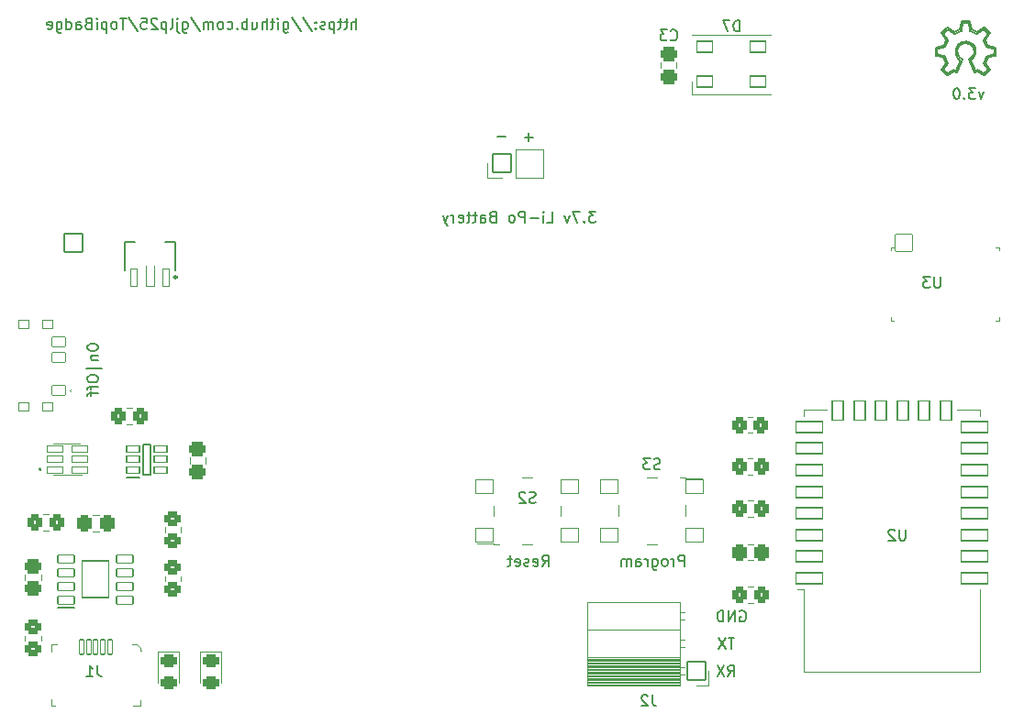
<source format=gbo>
G04 #@! TF.GenerationSoftware,KiCad,Pcbnew,(6.0.0)*
G04 #@! TF.CreationDate,2022-05-24T10:02:23+02:00*
G04 #@! TF.ProjectId,drawing.kicad_v3.0_pcb,64726177-696e-4672-9e6b-696361645f76,v2.2*
G04 #@! TF.SameCoordinates,Original*
G04 #@! TF.FileFunction,Legend,Bot*
G04 #@! TF.FilePolarity,Positive*
%FSLAX46Y46*%
G04 Gerber Fmt 4.6, Leading zero omitted, Abs format (unit mm)*
G04 Created by KiCad (PCBNEW (6.0.0)) date 2022-05-24 10:02:23*
%MOMM*%
%LPD*%
G01*
G04 APERTURE LIST*
G04 Aperture macros list*
%AMRoundRect*
0 Rectangle with rounded corners*
0 $1 Rounding radius*
0 $2 $3 $4 $5 $6 $7 $8 $9 X,Y pos of 4 corners*
0 Add a 4 corners polygon primitive as box body*
4,1,4,$2,$3,$4,$5,$6,$7,$8,$9,$2,$3,0*
0 Add four circle primitives for the rounded corners*
1,1,$1+$1,$2,$3*
1,1,$1+$1,$4,$5*
1,1,$1+$1,$6,$7*
1,1,$1+$1,$8,$9*
0 Add four rect primitives between the rounded corners*
20,1,$1+$1,$2,$3,$4,$5,0*
20,1,$1+$1,$4,$5,$6,$7,0*
20,1,$1+$1,$6,$7,$8,$9,0*
20,1,$1+$1,$8,$9,$2,$3,0*%
%AMFreePoly0*
4,1,17,0.450135,1.735921,1.035921,1.150135,1.050800,1.114214,1.050800,-1.114214,1.035921,-1.150135,0.450135,-1.735921,0.414214,-1.750800,-0.414214,-1.750800,-0.450135,-1.735921,-1.035921,-1.150135,-1.050800,-1.114214,-1.050800,1.114214,-1.035921,1.150135,-0.450135,1.735921,-0.414214,1.750800,0.414214,1.750800,0.450135,1.735921,0.450135,1.735921,$1*%
G04 Aperture macros list end*
%ADD10C,0.150000*%
%ADD11C,0.200000*%
%ADD12C,0.100000*%
%ADD13C,0.120000*%
%ADD14C,0.249999*%
%ADD15RoundRect,0.050800X0.850000X0.850000X-0.850000X0.850000X-0.850000X-0.850000X0.850000X-0.850000X0*%
%ADD16O,1.801600X1.801600*%
%ADD17RoundRect,0.050800X0.200000X0.675000X-0.200000X0.675000X-0.200000X-0.675000X0.200000X-0.675000X0*%
%ADD18O,1.351600X1.051600*%
%ADD19O,1.101600X1.651600*%
%ADD20RoundRect,0.300800X0.350000X0.450000X-0.350000X0.450000X-0.350000X-0.450000X0.350000X-0.450000X0*%
%ADD21C,1.001600*%
%ADD22RoundRect,0.050800X0.625000X-0.450000X0.625000X0.450000X-0.625000X0.450000X-0.625000X-0.450000X0*%
%ADD23RoundRect,0.050800X0.450000X-0.400000X0.450000X0.400000X-0.450000X0.400000X-0.450000X-0.400000X0*%
%ADD24RoundRect,0.300800X0.450000X-0.350000X0.450000X0.350000X-0.450000X0.350000X-0.450000X-0.350000X0*%
%ADD25RoundRect,0.050800X-0.762500X0.350000X-0.762500X-0.350000X0.762500X-0.350000X0.762500X0.350000X0*%
%ADD26RoundRect,0.050800X-1.256500X-1.701000X1.256500X-1.701000X1.256500X1.701000X-1.256500X1.701000X0*%
%ADD27RoundRect,0.050800X-0.700000X0.300000X-0.700000X-0.300000X0.700000X-0.300000X0.700000X0.300000X0*%
%ADD28RoundRect,0.050800X-0.800000X0.800000X-0.800000X-0.800000X0.800000X-0.800000X0.800000X0.800000X0*%
%ADD29C,1.701600*%
%ADD30RoundRect,0.050800X0.299999X0.799999X-0.299999X0.799999X-0.299999X-0.799999X0.299999X-0.799999X0*%
%ADD31RoundRect,0.050800X0.350000X1.000000X-0.350000X1.000000X-0.350000X-1.000000X0.350000X-1.000000X0*%
%ADD32FreePoly0,180.000000*%
%ADD33RoundRect,0.050800X-1.250000X-0.500000X1.250000X-0.500000X1.250000X0.500000X-1.250000X0.500000X0*%
%ADD34RoundRect,0.050800X-0.500000X-0.900000X0.500000X-0.900000X0.500000X0.900000X-0.500000X0.900000X0*%
%ADD35RoundRect,0.050800X0.750000X0.500000X-0.750000X0.500000X-0.750000X-0.500000X0.750000X-0.500000X0*%
%ADD36RoundRect,0.300800X-0.475000X0.337500X-0.475000X-0.337500X0.475000X-0.337500X0.475000X0.337500X0*%
%ADD37RoundRect,0.050800X-0.850000X0.850000X-0.850000X-0.850000X0.850000X-0.850000X0.850000X0.850000X0*%
%ADD38RoundRect,0.300800X-0.450000X0.325000X-0.450000X-0.325000X0.450000X-0.325000X0.450000X0.325000X0*%
%ADD39RoundRect,0.300800X0.337500X0.475000X-0.337500X0.475000X-0.337500X-0.475000X0.337500X-0.475000X0*%
%ADD40RoundRect,0.050800X-0.600000X0.325000X-0.600000X-0.325000X0.600000X-0.325000X0.600000X0.325000X0*%
%ADD41RoundRect,0.300800X0.475000X-0.337500X0.475000X0.337500X-0.475000X0.337500X-0.475000X-0.337500X0*%
%ADD42RoundRect,0.050800X-0.775000X-0.650000X0.775000X-0.650000X0.775000X0.650000X-0.775000X0.650000X0*%
%ADD43RoundRect,0.050800X-0.850000X-0.850000X0.850000X-0.850000X0.850000X0.850000X-0.850000X0.850000X0*%
%ADD44RoundRect,0.300800X-0.350000X-0.450000X0.350000X-0.450000X0.350000X0.450000X-0.350000X0.450000X0*%
%ADD45RoundRect,0.050800X0.775000X0.650000X-0.775000X0.650000X-0.775000X-0.650000X0.775000X-0.650000X0*%
G04 APERTURE END LIST*
D10*
X172719904Y-119612380D02*
X172148476Y-119612380D01*
X172434190Y-120612380D02*
X172434190Y-119612380D01*
X171910380Y-119612380D02*
X171243714Y-120612380D01*
X171243714Y-119612380D02*
X171910380Y-120612380D01*
X173227904Y-117120000D02*
X173323142Y-117072380D01*
X173466000Y-117072380D01*
X173608857Y-117120000D01*
X173704095Y-117215238D01*
X173751714Y-117310476D01*
X173799333Y-117500952D01*
X173799333Y-117643809D01*
X173751714Y-117834285D01*
X173704095Y-117929523D01*
X173608857Y-118024761D01*
X173466000Y-118072380D01*
X173370761Y-118072380D01*
X173227904Y-118024761D01*
X173180285Y-117977142D01*
X173180285Y-117643809D01*
X173370761Y-117643809D01*
X172751714Y-118072380D02*
X172751714Y-117072380D01*
X172180285Y-118072380D01*
X172180285Y-117072380D01*
X171704095Y-118072380D02*
X171704095Y-117072380D01*
X171466000Y-117072380D01*
X171323142Y-117120000D01*
X171227904Y-117215238D01*
X171180285Y-117310476D01*
X171132666Y-117500952D01*
X171132666Y-117643809D01*
X171180285Y-117834285D01*
X171227904Y-117929523D01*
X171323142Y-118024761D01*
X171466000Y-118072380D01*
X171704095Y-118072380D01*
X168124761Y-112952380D02*
X168124761Y-111952380D01*
X167743809Y-111952380D01*
X167648571Y-112000000D01*
X167600952Y-112047619D01*
X167553333Y-112142857D01*
X167553333Y-112285714D01*
X167600952Y-112380952D01*
X167648571Y-112428571D01*
X167743809Y-112476190D01*
X168124761Y-112476190D01*
X167124761Y-112952380D02*
X167124761Y-112285714D01*
X167124761Y-112476190D02*
X167077142Y-112380952D01*
X167029523Y-112333333D01*
X166934285Y-112285714D01*
X166839047Y-112285714D01*
X166362857Y-112952380D02*
X166458095Y-112904761D01*
X166505714Y-112857142D01*
X166553333Y-112761904D01*
X166553333Y-112476190D01*
X166505714Y-112380952D01*
X166458095Y-112333333D01*
X166362857Y-112285714D01*
X166220000Y-112285714D01*
X166124761Y-112333333D01*
X166077142Y-112380952D01*
X166029523Y-112476190D01*
X166029523Y-112761904D01*
X166077142Y-112857142D01*
X166124761Y-112904761D01*
X166220000Y-112952380D01*
X166362857Y-112952380D01*
X165172380Y-112285714D02*
X165172380Y-113095238D01*
X165220000Y-113190476D01*
X165267619Y-113238095D01*
X165362857Y-113285714D01*
X165505714Y-113285714D01*
X165600952Y-113238095D01*
X165172380Y-112904761D02*
X165267619Y-112952380D01*
X165458095Y-112952380D01*
X165553333Y-112904761D01*
X165600952Y-112857142D01*
X165648571Y-112761904D01*
X165648571Y-112476190D01*
X165600952Y-112380952D01*
X165553333Y-112333333D01*
X165458095Y-112285714D01*
X165267619Y-112285714D01*
X165172380Y-112333333D01*
X164696190Y-112952380D02*
X164696190Y-112285714D01*
X164696190Y-112476190D02*
X164648571Y-112380952D01*
X164600952Y-112333333D01*
X164505714Y-112285714D01*
X164410476Y-112285714D01*
X163648571Y-112952380D02*
X163648571Y-112428571D01*
X163696190Y-112333333D01*
X163791428Y-112285714D01*
X163981904Y-112285714D01*
X164077142Y-112333333D01*
X163648571Y-112904761D02*
X163743809Y-112952380D01*
X163981904Y-112952380D01*
X164077142Y-112904761D01*
X164124761Y-112809523D01*
X164124761Y-112714285D01*
X164077142Y-112619047D01*
X163981904Y-112571428D01*
X163743809Y-112571428D01*
X163648571Y-112523809D01*
X163172380Y-112952380D02*
X163172380Y-112285714D01*
X163172380Y-112380952D02*
X163124761Y-112333333D01*
X163029523Y-112285714D01*
X162886666Y-112285714D01*
X162791428Y-112333333D01*
X162743809Y-112428571D01*
X162743809Y-112952380D01*
X162743809Y-112428571D02*
X162696190Y-112333333D01*
X162600952Y-112285714D01*
X162458095Y-112285714D01*
X162362857Y-112333333D01*
X162315238Y-112428571D01*
X162315238Y-112952380D01*
X159917619Y-80182380D02*
X159298571Y-80182380D01*
X159631904Y-80563333D01*
X159489047Y-80563333D01*
X159393809Y-80610952D01*
X159346190Y-80658571D01*
X159298571Y-80753809D01*
X159298571Y-80991904D01*
X159346190Y-81087142D01*
X159393809Y-81134761D01*
X159489047Y-81182380D01*
X159774761Y-81182380D01*
X159870000Y-81134761D01*
X159917619Y-81087142D01*
X158870000Y-81087142D02*
X158822380Y-81134761D01*
X158870000Y-81182380D01*
X158917619Y-81134761D01*
X158870000Y-81087142D01*
X158870000Y-81182380D01*
X158489047Y-80182380D02*
X157822380Y-80182380D01*
X158250952Y-81182380D01*
X157536666Y-80515714D02*
X157298571Y-81182380D01*
X157060476Y-80515714D01*
X155441428Y-81182380D02*
X155917619Y-81182380D01*
X155917619Y-80182380D01*
X155108095Y-81182380D02*
X155108095Y-80515714D01*
X155108095Y-80182380D02*
X155155714Y-80230000D01*
X155108095Y-80277619D01*
X155060476Y-80230000D01*
X155108095Y-80182380D01*
X155108095Y-80277619D01*
X154631904Y-80801428D02*
X153870000Y-80801428D01*
X153393809Y-81182380D02*
X153393809Y-80182380D01*
X153012857Y-80182380D01*
X152917619Y-80230000D01*
X152870000Y-80277619D01*
X152822380Y-80372857D01*
X152822380Y-80515714D01*
X152870000Y-80610952D01*
X152917619Y-80658571D01*
X153012857Y-80706190D01*
X153393809Y-80706190D01*
X152250952Y-81182380D02*
X152346190Y-81134761D01*
X152393809Y-81087142D01*
X152441428Y-80991904D01*
X152441428Y-80706190D01*
X152393809Y-80610952D01*
X152346190Y-80563333D01*
X152250952Y-80515714D01*
X152108095Y-80515714D01*
X152012857Y-80563333D01*
X151965238Y-80610952D01*
X151917619Y-80706190D01*
X151917619Y-80991904D01*
X151965238Y-81087142D01*
X152012857Y-81134761D01*
X152108095Y-81182380D01*
X152250952Y-81182380D01*
X150393809Y-80658571D02*
X150250952Y-80706190D01*
X150203333Y-80753809D01*
X150155714Y-80849047D01*
X150155714Y-80991904D01*
X150203333Y-81087142D01*
X150250952Y-81134761D01*
X150346190Y-81182380D01*
X150727142Y-81182380D01*
X150727142Y-80182380D01*
X150393809Y-80182380D01*
X150298571Y-80230000D01*
X150250952Y-80277619D01*
X150203333Y-80372857D01*
X150203333Y-80468095D01*
X150250952Y-80563333D01*
X150298571Y-80610952D01*
X150393809Y-80658571D01*
X150727142Y-80658571D01*
X149298571Y-81182380D02*
X149298571Y-80658571D01*
X149346190Y-80563333D01*
X149441428Y-80515714D01*
X149631904Y-80515714D01*
X149727142Y-80563333D01*
X149298571Y-81134761D02*
X149393809Y-81182380D01*
X149631904Y-81182380D01*
X149727142Y-81134761D01*
X149774761Y-81039523D01*
X149774761Y-80944285D01*
X149727142Y-80849047D01*
X149631904Y-80801428D01*
X149393809Y-80801428D01*
X149298571Y-80753809D01*
X148965238Y-80515714D02*
X148584285Y-80515714D01*
X148822380Y-80182380D02*
X148822380Y-81039523D01*
X148774761Y-81134761D01*
X148679523Y-81182380D01*
X148584285Y-81182380D01*
X148393809Y-80515714D02*
X148012857Y-80515714D01*
X148250952Y-80182380D02*
X148250952Y-81039523D01*
X148203333Y-81134761D01*
X148108095Y-81182380D01*
X148012857Y-81182380D01*
X147298571Y-81134761D02*
X147393809Y-81182380D01*
X147584285Y-81182380D01*
X147679523Y-81134761D01*
X147727142Y-81039523D01*
X147727142Y-80658571D01*
X147679523Y-80563333D01*
X147584285Y-80515714D01*
X147393809Y-80515714D01*
X147298571Y-80563333D01*
X147250952Y-80658571D01*
X147250952Y-80753809D01*
X147727142Y-80849047D01*
X146822380Y-81182380D02*
X146822380Y-80515714D01*
X146822380Y-80706190D02*
X146774761Y-80610952D01*
X146727142Y-80563333D01*
X146631904Y-80515714D01*
X146536666Y-80515714D01*
X146298571Y-80515714D02*
X146060476Y-81182380D01*
X145822380Y-80515714D02*
X146060476Y-81182380D01*
X146155714Y-81420476D01*
X146203333Y-81468095D01*
X146298571Y-81515714D01*
X154140952Y-73311428D02*
X153379047Y-73311428D01*
X153760000Y-73692380D02*
X153760000Y-72930476D01*
X151580952Y-73291428D02*
X150819047Y-73291428D01*
X195738571Y-69127714D02*
X195500476Y-69794380D01*
X195262380Y-69127714D01*
X194976666Y-68794380D02*
X194357619Y-68794380D01*
X194690952Y-69175333D01*
X194548095Y-69175333D01*
X194452857Y-69222952D01*
X194405238Y-69270571D01*
X194357619Y-69365809D01*
X194357619Y-69603904D01*
X194405238Y-69699142D01*
X194452857Y-69746761D01*
X194548095Y-69794380D01*
X194833809Y-69794380D01*
X194929047Y-69746761D01*
X194976666Y-69699142D01*
X193929047Y-69699142D02*
X193881428Y-69746761D01*
X193929047Y-69794380D01*
X193976666Y-69746761D01*
X193929047Y-69699142D01*
X193929047Y-69794380D01*
X193262380Y-68794380D02*
X193167142Y-68794380D01*
X193071904Y-68842000D01*
X193024285Y-68889619D01*
X192976666Y-68984857D01*
X192929047Y-69175333D01*
X192929047Y-69413428D01*
X192976666Y-69603904D01*
X193024285Y-69699142D01*
X193071904Y-69746761D01*
X193167142Y-69794380D01*
X193262380Y-69794380D01*
X193357619Y-69746761D01*
X193405238Y-69699142D01*
X193452857Y-69603904D01*
X193500476Y-69413428D01*
X193500476Y-69175333D01*
X193452857Y-68984857D01*
X193405238Y-68889619D01*
X193357619Y-68842000D01*
X193262380Y-68794380D01*
X113015780Y-92648352D02*
X113015780Y-92838828D01*
X113063400Y-92934066D01*
X113158638Y-93029304D01*
X113349114Y-93076923D01*
X113682447Y-93076923D01*
X113872923Y-93029304D01*
X113968161Y-92934066D01*
X114015780Y-92838828D01*
X114015780Y-92648352D01*
X113968161Y-92553114D01*
X113872923Y-92457876D01*
X113682447Y-92410257D01*
X113349114Y-92410257D01*
X113158638Y-92457876D01*
X113063400Y-92553114D01*
X113015780Y-92648352D01*
X113349114Y-93505495D02*
X114015780Y-93505495D01*
X113444352Y-93505495D02*
X113396733Y-93553114D01*
X113349114Y-93648352D01*
X113349114Y-93791209D01*
X113396733Y-93886447D01*
X113491971Y-93934066D01*
X114015780Y-93934066D01*
X114349114Y-94648352D02*
X112920542Y-94648352D01*
X113015780Y-95553114D02*
X113015780Y-95743590D01*
X113063400Y-95838828D01*
X113158638Y-95934066D01*
X113349114Y-95981685D01*
X113682447Y-95981685D01*
X113872923Y-95934066D01*
X113968161Y-95838828D01*
X114015780Y-95743590D01*
X114015780Y-95553114D01*
X113968161Y-95457876D01*
X113872923Y-95362638D01*
X113682447Y-95315019D01*
X113349114Y-95315019D01*
X113158638Y-95362638D01*
X113063400Y-95457876D01*
X113015780Y-95553114D01*
X113349114Y-96267400D02*
X113349114Y-96648352D01*
X114015780Y-96410257D02*
X113158638Y-96410257D01*
X113063400Y-96457876D01*
X113015780Y-96553114D01*
X113015780Y-96648352D01*
X113349114Y-96838828D02*
X113349114Y-97219780D01*
X114015780Y-96981685D02*
X113158638Y-96981685D01*
X113063400Y-97029304D01*
X113015780Y-97124542D01*
X113015780Y-97219780D01*
X172124666Y-123134380D02*
X172458000Y-122658190D01*
X172696095Y-123134380D02*
X172696095Y-122134380D01*
X172315142Y-122134380D01*
X172219904Y-122182000D01*
X172172285Y-122229619D01*
X172124666Y-122324857D01*
X172124666Y-122467714D01*
X172172285Y-122562952D01*
X172219904Y-122610571D01*
X172315142Y-122658190D01*
X172696095Y-122658190D01*
X171791333Y-122134380D02*
X171124666Y-123134380D01*
X171124666Y-122134380D02*
X171791333Y-123134380D01*
X137841904Y-63332380D02*
X137841904Y-62332380D01*
X137413333Y-63332380D02*
X137413333Y-62808571D01*
X137460952Y-62713333D01*
X137556190Y-62665714D01*
X137699047Y-62665714D01*
X137794285Y-62713333D01*
X137841904Y-62760952D01*
X137080000Y-62665714D02*
X136699047Y-62665714D01*
X136937142Y-62332380D02*
X136937142Y-63189523D01*
X136889523Y-63284761D01*
X136794285Y-63332380D01*
X136699047Y-63332380D01*
X136508571Y-62665714D02*
X136127619Y-62665714D01*
X136365714Y-62332380D02*
X136365714Y-63189523D01*
X136318095Y-63284761D01*
X136222857Y-63332380D01*
X136127619Y-63332380D01*
X135794285Y-62665714D02*
X135794285Y-63665714D01*
X135794285Y-62713333D02*
X135699047Y-62665714D01*
X135508571Y-62665714D01*
X135413333Y-62713333D01*
X135365714Y-62760952D01*
X135318095Y-62856190D01*
X135318095Y-63141904D01*
X135365714Y-63237142D01*
X135413333Y-63284761D01*
X135508571Y-63332380D01*
X135699047Y-63332380D01*
X135794285Y-63284761D01*
X134937142Y-63284761D02*
X134841904Y-63332380D01*
X134651428Y-63332380D01*
X134556190Y-63284761D01*
X134508571Y-63189523D01*
X134508571Y-63141904D01*
X134556190Y-63046666D01*
X134651428Y-62999047D01*
X134794285Y-62999047D01*
X134889523Y-62951428D01*
X134937142Y-62856190D01*
X134937142Y-62808571D01*
X134889523Y-62713333D01*
X134794285Y-62665714D01*
X134651428Y-62665714D01*
X134556190Y-62713333D01*
X134080000Y-63237142D02*
X134032380Y-63284761D01*
X134080000Y-63332380D01*
X134127619Y-63284761D01*
X134080000Y-63237142D01*
X134080000Y-63332380D01*
X134080000Y-62713333D02*
X134032380Y-62760952D01*
X134080000Y-62808571D01*
X134127619Y-62760952D01*
X134080000Y-62713333D01*
X134080000Y-62808571D01*
X132889523Y-62284761D02*
X133746666Y-63570476D01*
X131841904Y-62284761D02*
X132699047Y-63570476D01*
X131080000Y-62665714D02*
X131080000Y-63475238D01*
X131127619Y-63570476D01*
X131175238Y-63618095D01*
X131270476Y-63665714D01*
X131413333Y-63665714D01*
X131508571Y-63618095D01*
X131080000Y-63284761D02*
X131175238Y-63332380D01*
X131365714Y-63332380D01*
X131460952Y-63284761D01*
X131508571Y-63237142D01*
X131556190Y-63141904D01*
X131556190Y-62856190D01*
X131508571Y-62760952D01*
X131460952Y-62713333D01*
X131365714Y-62665714D01*
X131175238Y-62665714D01*
X131080000Y-62713333D01*
X130603809Y-63332380D02*
X130603809Y-62665714D01*
X130603809Y-62332380D02*
X130651428Y-62380000D01*
X130603809Y-62427619D01*
X130556190Y-62380000D01*
X130603809Y-62332380D01*
X130603809Y-62427619D01*
X130270476Y-62665714D02*
X129889523Y-62665714D01*
X130127619Y-62332380D02*
X130127619Y-63189523D01*
X130080000Y-63284761D01*
X129984761Y-63332380D01*
X129889523Y-63332380D01*
X129556190Y-63332380D02*
X129556190Y-62332380D01*
X129127619Y-63332380D02*
X129127619Y-62808571D01*
X129175238Y-62713333D01*
X129270476Y-62665714D01*
X129413333Y-62665714D01*
X129508571Y-62713333D01*
X129556190Y-62760952D01*
X128222857Y-62665714D02*
X128222857Y-63332380D01*
X128651428Y-62665714D02*
X128651428Y-63189523D01*
X128603809Y-63284761D01*
X128508571Y-63332380D01*
X128365714Y-63332380D01*
X128270476Y-63284761D01*
X128222857Y-63237142D01*
X127746666Y-63332380D02*
X127746666Y-62332380D01*
X127746666Y-62713333D02*
X127651428Y-62665714D01*
X127460952Y-62665714D01*
X127365714Y-62713333D01*
X127318095Y-62760952D01*
X127270476Y-62856190D01*
X127270476Y-63141904D01*
X127318095Y-63237142D01*
X127365714Y-63284761D01*
X127460952Y-63332380D01*
X127651428Y-63332380D01*
X127746666Y-63284761D01*
X126841904Y-63237142D02*
X126794285Y-63284761D01*
X126841904Y-63332380D01*
X126889523Y-63284761D01*
X126841904Y-63237142D01*
X126841904Y-63332380D01*
X125937142Y-63284761D02*
X126032380Y-63332380D01*
X126222857Y-63332380D01*
X126318095Y-63284761D01*
X126365714Y-63237142D01*
X126413333Y-63141904D01*
X126413333Y-62856190D01*
X126365714Y-62760952D01*
X126318095Y-62713333D01*
X126222857Y-62665714D01*
X126032380Y-62665714D01*
X125937142Y-62713333D01*
X125365714Y-63332380D02*
X125460952Y-63284761D01*
X125508571Y-63237142D01*
X125556190Y-63141904D01*
X125556190Y-62856190D01*
X125508571Y-62760952D01*
X125460952Y-62713333D01*
X125365714Y-62665714D01*
X125222857Y-62665714D01*
X125127619Y-62713333D01*
X125080000Y-62760952D01*
X125032380Y-62856190D01*
X125032380Y-63141904D01*
X125080000Y-63237142D01*
X125127619Y-63284761D01*
X125222857Y-63332380D01*
X125365714Y-63332380D01*
X124603809Y-63332380D02*
X124603809Y-62665714D01*
X124603809Y-62760952D02*
X124556190Y-62713333D01*
X124460952Y-62665714D01*
X124318095Y-62665714D01*
X124222857Y-62713333D01*
X124175238Y-62808571D01*
X124175238Y-63332380D01*
X124175238Y-62808571D02*
X124127619Y-62713333D01*
X124032380Y-62665714D01*
X123889523Y-62665714D01*
X123794285Y-62713333D01*
X123746666Y-62808571D01*
X123746666Y-63332380D01*
X122556190Y-62284761D02*
X123413333Y-63570476D01*
X121794285Y-62665714D02*
X121794285Y-63475238D01*
X121841904Y-63570476D01*
X121889523Y-63618095D01*
X121984761Y-63665714D01*
X122127619Y-63665714D01*
X122222857Y-63618095D01*
X121794285Y-63284761D02*
X121889523Y-63332380D01*
X122080000Y-63332380D01*
X122175238Y-63284761D01*
X122222857Y-63237142D01*
X122270476Y-63141904D01*
X122270476Y-62856190D01*
X122222857Y-62760952D01*
X122175238Y-62713333D01*
X122080000Y-62665714D01*
X121889523Y-62665714D01*
X121794285Y-62713333D01*
X121318095Y-62665714D02*
X121318095Y-63522857D01*
X121365714Y-63618095D01*
X121460952Y-63665714D01*
X121508571Y-63665714D01*
X121318095Y-62332380D02*
X121365714Y-62380000D01*
X121318095Y-62427619D01*
X121270476Y-62380000D01*
X121318095Y-62332380D01*
X121318095Y-62427619D01*
X120699047Y-63332380D02*
X120794285Y-63284761D01*
X120841904Y-63189523D01*
X120841904Y-62332380D01*
X120318095Y-62665714D02*
X120318095Y-63665714D01*
X120318095Y-62713333D02*
X120222857Y-62665714D01*
X120032380Y-62665714D01*
X119937142Y-62713333D01*
X119889523Y-62760952D01*
X119841904Y-62856190D01*
X119841904Y-63141904D01*
X119889523Y-63237142D01*
X119937142Y-63284761D01*
X120032380Y-63332380D01*
X120222857Y-63332380D01*
X120318095Y-63284761D01*
X119460952Y-62427619D02*
X119413333Y-62380000D01*
X119318095Y-62332380D01*
X119080000Y-62332380D01*
X118984761Y-62380000D01*
X118937142Y-62427619D01*
X118889523Y-62522857D01*
X118889523Y-62618095D01*
X118937142Y-62760952D01*
X119508571Y-63332380D01*
X118889523Y-63332380D01*
X117984761Y-62332380D02*
X118460952Y-62332380D01*
X118508571Y-62808571D01*
X118460952Y-62760952D01*
X118365714Y-62713333D01*
X118127619Y-62713333D01*
X118032380Y-62760952D01*
X117984761Y-62808571D01*
X117937142Y-62903809D01*
X117937142Y-63141904D01*
X117984761Y-63237142D01*
X118032380Y-63284761D01*
X118127619Y-63332380D01*
X118365714Y-63332380D01*
X118460952Y-63284761D01*
X118508571Y-63237142D01*
X116794285Y-62284761D02*
X117651428Y-63570476D01*
X116603809Y-62332380D02*
X116032380Y-62332380D01*
X116318095Y-63332380D02*
X116318095Y-62332380D01*
X115556190Y-63332380D02*
X115651428Y-63284761D01*
X115699047Y-63237142D01*
X115746666Y-63141904D01*
X115746666Y-62856190D01*
X115699047Y-62760952D01*
X115651428Y-62713333D01*
X115556190Y-62665714D01*
X115413333Y-62665714D01*
X115318095Y-62713333D01*
X115270476Y-62760952D01*
X115222857Y-62856190D01*
X115222857Y-63141904D01*
X115270476Y-63237142D01*
X115318095Y-63284761D01*
X115413333Y-63332380D01*
X115556190Y-63332380D01*
X114794285Y-62665714D02*
X114794285Y-63665714D01*
X114794285Y-62713333D02*
X114699047Y-62665714D01*
X114508571Y-62665714D01*
X114413333Y-62713333D01*
X114365714Y-62760952D01*
X114318095Y-62856190D01*
X114318095Y-63141904D01*
X114365714Y-63237142D01*
X114413333Y-63284761D01*
X114508571Y-63332380D01*
X114699047Y-63332380D01*
X114794285Y-63284761D01*
X113889523Y-63332380D02*
X113889523Y-62665714D01*
X113889523Y-62332380D02*
X113937142Y-62380000D01*
X113889523Y-62427619D01*
X113841904Y-62380000D01*
X113889523Y-62332380D01*
X113889523Y-62427619D01*
X113080000Y-62808571D02*
X112937142Y-62856190D01*
X112889523Y-62903809D01*
X112841904Y-62999047D01*
X112841904Y-63141904D01*
X112889523Y-63237142D01*
X112937142Y-63284761D01*
X113032380Y-63332380D01*
X113413333Y-63332380D01*
X113413333Y-62332380D01*
X113080000Y-62332380D01*
X112984761Y-62380000D01*
X112937142Y-62427619D01*
X112889523Y-62522857D01*
X112889523Y-62618095D01*
X112937142Y-62713333D01*
X112984761Y-62760952D01*
X113080000Y-62808571D01*
X113413333Y-62808571D01*
X111984761Y-63332380D02*
X111984761Y-62808571D01*
X112032380Y-62713333D01*
X112127619Y-62665714D01*
X112318095Y-62665714D01*
X112413333Y-62713333D01*
X111984761Y-63284761D02*
X112080000Y-63332380D01*
X112318095Y-63332380D01*
X112413333Y-63284761D01*
X112460952Y-63189523D01*
X112460952Y-63094285D01*
X112413333Y-62999047D01*
X112318095Y-62951428D01*
X112080000Y-62951428D01*
X111984761Y-62903809D01*
X111080000Y-63332380D02*
X111080000Y-62332380D01*
X111080000Y-63284761D02*
X111175238Y-63332380D01*
X111365714Y-63332380D01*
X111460952Y-63284761D01*
X111508571Y-63237142D01*
X111556190Y-63141904D01*
X111556190Y-62856190D01*
X111508571Y-62760952D01*
X111460952Y-62713333D01*
X111365714Y-62665714D01*
X111175238Y-62665714D01*
X111080000Y-62713333D01*
X110175238Y-62665714D02*
X110175238Y-63475238D01*
X110222857Y-63570476D01*
X110270476Y-63618095D01*
X110365714Y-63665714D01*
X110508571Y-63665714D01*
X110603809Y-63618095D01*
X110175238Y-63284761D02*
X110270476Y-63332380D01*
X110460952Y-63332380D01*
X110556190Y-63284761D01*
X110603809Y-63237142D01*
X110651428Y-63141904D01*
X110651428Y-62856190D01*
X110603809Y-62760952D01*
X110556190Y-62713333D01*
X110460952Y-62665714D01*
X110270476Y-62665714D01*
X110175238Y-62713333D01*
X109318095Y-63284761D02*
X109413333Y-63332380D01*
X109603809Y-63332380D01*
X109699047Y-63284761D01*
X109746666Y-63189523D01*
X109746666Y-62808571D01*
X109699047Y-62713333D01*
X109603809Y-62665714D01*
X109413333Y-62665714D01*
X109318095Y-62713333D01*
X109270476Y-62808571D01*
X109270476Y-62903809D01*
X109746666Y-62999047D01*
X154988095Y-112952380D02*
X155321428Y-112476190D01*
X155559523Y-112952380D02*
X155559523Y-111952380D01*
X155178571Y-111952380D01*
X155083333Y-112000000D01*
X155035714Y-112047619D01*
X154988095Y-112142857D01*
X154988095Y-112285714D01*
X155035714Y-112380952D01*
X155083333Y-112428571D01*
X155178571Y-112476190D01*
X155559523Y-112476190D01*
X154178571Y-112904761D02*
X154273809Y-112952380D01*
X154464285Y-112952380D01*
X154559523Y-112904761D01*
X154607142Y-112809523D01*
X154607142Y-112428571D01*
X154559523Y-112333333D01*
X154464285Y-112285714D01*
X154273809Y-112285714D01*
X154178571Y-112333333D01*
X154130952Y-112428571D01*
X154130952Y-112523809D01*
X154607142Y-112619047D01*
X153750000Y-112904761D02*
X153654761Y-112952380D01*
X153464285Y-112952380D01*
X153369047Y-112904761D01*
X153321428Y-112809523D01*
X153321428Y-112761904D01*
X153369047Y-112666666D01*
X153464285Y-112619047D01*
X153607142Y-112619047D01*
X153702380Y-112571428D01*
X153750000Y-112476190D01*
X153750000Y-112428571D01*
X153702380Y-112333333D01*
X153607142Y-112285714D01*
X153464285Y-112285714D01*
X153369047Y-112333333D01*
X152511904Y-112904761D02*
X152607142Y-112952380D01*
X152797619Y-112952380D01*
X152892857Y-112904761D01*
X152940476Y-112809523D01*
X152940476Y-112428571D01*
X152892857Y-112333333D01*
X152797619Y-112285714D01*
X152607142Y-112285714D01*
X152511904Y-112333333D01*
X152464285Y-112428571D01*
X152464285Y-112523809D01*
X152940476Y-112619047D01*
X152178571Y-112285714D02*
X151797619Y-112285714D01*
X152035714Y-111952380D02*
X152035714Y-112809523D01*
X151988095Y-112904761D01*
X151892857Y-112952380D01*
X151797619Y-112952380D01*
X113943333Y-122132380D02*
X113943333Y-122846666D01*
X113990952Y-122989523D01*
X114086190Y-123084761D01*
X114229047Y-123132380D01*
X114324285Y-123132380D01*
X112943333Y-123132380D02*
X113514761Y-123132380D01*
X113229047Y-123132380D02*
X113229047Y-122132380D01*
X113324285Y-122275238D01*
X113419523Y-122370476D01*
X113514761Y-122418095D01*
X191721904Y-86222380D02*
X191721904Y-87031904D01*
X191674285Y-87127142D01*
X191626666Y-87174761D01*
X191531428Y-87222380D01*
X191340952Y-87222380D01*
X191245714Y-87174761D01*
X191198095Y-87127142D01*
X191150476Y-87031904D01*
X191150476Y-86222380D01*
X190769523Y-86222380D02*
X190150476Y-86222380D01*
X190483809Y-86603333D01*
X190340952Y-86603333D01*
X190245714Y-86650952D01*
X190198095Y-86698571D01*
X190150476Y-86793809D01*
X190150476Y-87031904D01*
X190198095Y-87127142D01*
X190245714Y-87174761D01*
X190340952Y-87222380D01*
X190626666Y-87222380D01*
X190721904Y-87174761D01*
X190769523Y-87127142D01*
X188511904Y-109562380D02*
X188511904Y-110371904D01*
X188464285Y-110467142D01*
X188416666Y-110514761D01*
X188321428Y-110562380D01*
X188130952Y-110562380D01*
X188035714Y-110514761D01*
X187988095Y-110467142D01*
X187940476Y-110371904D01*
X187940476Y-109562380D01*
X187511904Y-109657619D02*
X187464285Y-109610000D01*
X187369047Y-109562380D01*
X187130952Y-109562380D01*
X187035714Y-109610000D01*
X186988095Y-109657619D01*
X186940476Y-109752857D01*
X186940476Y-109848095D01*
X186988095Y-109990952D01*
X187559523Y-110562380D01*
X186940476Y-110562380D01*
X173204095Y-63551180D02*
X173204095Y-62551180D01*
X172966000Y-62551180D01*
X172823142Y-62598800D01*
X172727904Y-62694038D01*
X172680285Y-62789276D01*
X172632666Y-62979752D01*
X172632666Y-63122609D01*
X172680285Y-63313085D01*
X172727904Y-63408323D01*
X172823142Y-63503561D01*
X172966000Y-63551180D01*
X173204095Y-63551180D01*
X172299333Y-62551180D02*
X171632666Y-62551180D01*
X172061238Y-63551180D01*
X154361904Y-107063561D02*
X154219047Y-107111180D01*
X153980952Y-107111180D01*
X153885714Y-107063561D01*
X153838095Y-107015942D01*
X153790476Y-106920704D01*
X153790476Y-106825466D01*
X153838095Y-106730228D01*
X153885714Y-106682609D01*
X153980952Y-106634990D01*
X154171428Y-106587371D01*
X154266666Y-106539752D01*
X154314285Y-106492133D01*
X154361904Y-106396895D01*
X154361904Y-106301657D01*
X154314285Y-106206419D01*
X154266666Y-106158800D01*
X154171428Y-106111180D01*
X153933333Y-106111180D01*
X153790476Y-106158800D01*
X153409523Y-106206419D02*
X153361904Y-106158800D01*
X153266666Y-106111180D01*
X153028571Y-106111180D01*
X152933333Y-106158800D01*
X152885714Y-106206419D01*
X152838095Y-106301657D01*
X152838095Y-106396895D01*
X152885714Y-106539752D01*
X153457142Y-107111180D01*
X152838095Y-107111180D01*
X165148533Y-124868180D02*
X165148533Y-125582466D01*
X165196152Y-125725323D01*
X165291390Y-125820561D01*
X165434247Y-125868180D01*
X165529485Y-125868180D01*
X164719961Y-124963419D02*
X164672342Y-124915800D01*
X164577104Y-124868180D01*
X164339009Y-124868180D01*
X164243771Y-124915800D01*
X164196152Y-124963419D01*
X164148533Y-125058657D01*
X164148533Y-125153895D01*
X164196152Y-125296752D01*
X164767580Y-125868180D01*
X164148533Y-125868180D01*
X166826666Y-64297142D02*
X166874285Y-64344761D01*
X167017142Y-64392380D01*
X167112380Y-64392380D01*
X167255238Y-64344761D01*
X167350476Y-64249523D01*
X167398095Y-64154285D01*
X167445714Y-63963809D01*
X167445714Y-63820952D01*
X167398095Y-63630476D01*
X167350476Y-63535238D01*
X167255238Y-63440000D01*
X167112380Y-63392380D01*
X167017142Y-63392380D01*
X166874285Y-63440000D01*
X166826666Y-63487619D01*
X166493333Y-63392380D02*
X165874285Y-63392380D01*
X166207619Y-63773333D01*
X166064761Y-63773333D01*
X165969523Y-63820952D01*
X165921904Y-63868571D01*
X165874285Y-63963809D01*
X165874285Y-64201904D01*
X165921904Y-64297142D01*
X165969523Y-64344761D01*
X166064761Y-64392380D01*
X166350476Y-64392380D01*
X166445714Y-64344761D01*
X166493333Y-64297142D01*
X165871904Y-103974761D02*
X165729047Y-104022380D01*
X165490952Y-104022380D01*
X165395714Y-103974761D01*
X165348095Y-103927142D01*
X165300476Y-103831904D01*
X165300476Y-103736666D01*
X165348095Y-103641428D01*
X165395714Y-103593809D01*
X165490952Y-103546190D01*
X165681428Y-103498571D01*
X165776666Y-103450952D01*
X165824285Y-103403333D01*
X165871904Y-103308095D01*
X165871904Y-103212857D01*
X165824285Y-103117619D01*
X165776666Y-103070000D01*
X165681428Y-103022380D01*
X165443333Y-103022380D01*
X165300476Y-103070000D01*
X164967142Y-103022380D02*
X164348095Y-103022380D01*
X164681428Y-103403333D01*
X164538571Y-103403333D01*
X164443333Y-103450952D01*
X164395714Y-103498571D01*
X164348095Y-103593809D01*
X164348095Y-103831904D01*
X164395714Y-103927142D01*
X164443333Y-103974761D01*
X164538571Y-104022380D01*
X164824285Y-104022380D01*
X164919523Y-103974761D01*
X164967142Y-103927142D01*
D11*
X191984157Y-65914891D02*
X191318873Y-65791086D01*
X193714977Y-62626263D02*
X194416980Y-62626263D01*
X193759827Y-66171503D02*
X193267969Y-67360096D01*
X192389759Y-67460833D02*
X192853778Y-67142359D01*
X196694093Y-65162643D02*
X196103945Y-65052738D01*
X192387560Y-64442426D02*
X192178536Y-64930178D01*
X194619449Y-63401868D02*
X195092306Y-63595417D01*
X192162853Y-65912567D02*
X192369098Y-66427660D01*
X195734647Y-67620194D02*
X195193706Y-67248904D01*
X192350427Y-66622868D02*
X192025398Y-67096513D01*
X193180924Y-67196337D02*
X193585198Y-66219382D01*
X195761449Y-64246803D02*
X196106476Y-63744074D01*
X191288627Y-65754658D02*
X191288544Y-65052696D01*
X196813209Y-65791044D02*
X196147924Y-65914849D01*
X194437891Y-63406432D02*
X194323629Y-62792221D01*
X192041123Y-64854667D02*
X192250188Y-64366915D01*
X195762860Y-66427826D02*
X195969436Y-65911613D01*
X194453325Y-62656509D02*
X194584598Y-63361955D01*
X192938334Y-67248946D02*
X192397352Y-67620236D01*
X195881769Y-64366915D02*
X196090876Y-64854667D01*
X193228761Y-67374534D02*
X192990196Y-67247162D01*
X192178536Y-64930178D02*
X192178495Y-64930178D01*
X194864072Y-67360055D02*
X194372172Y-66171503D01*
X193808412Y-62792221D02*
X193694232Y-63405851D01*
X195953546Y-64930095D02*
X195745683Y-64445082D01*
X195904671Y-66521634D02*
X196282558Y-67072325D01*
X194546760Y-66219341D02*
X194950992Y-67196337D01*
X196282475Y-63734988D02*
X195885047Y-64314182D01*
X192025398Y-67096513D02*
X192389759Y-67460833D01*
X193547276Y-63361955D02*
X193678591Y-62656509D01*
X196843497Y-65052655D02*
X196843455Y-65754616D01*
X191849482Y-67072366D02*
X192227411Y-66521675D01*
X195278428Y-67142525D02*
X195742157Y-67460833D01*
X192350261Y-67615879D02*
X191853839Y-67119540D01*
X192246869Y-64314182D02*
X191849482Y-63734988D01*
X194323629Y-62792221D02*
X193808412Y-62792221D01*
X191318707Y-65016227D02*
X192000753Y-64889393D01*
X192389842Y-63379754D02*
X192025523Y-63744157D01*
X192028261Y-65052862D02*
X191437948Y-65162643D01*
X196694051Y-65677902D02*
X196694093Y-65162643D01*
X195742157Y-67460833D02*
X196106601Y-67096513D01*
X193060479Y-67131987D02*
X193180924Y-67196337D01*
X193060438Y-67131987D02*
X193060479Y-67131987D01*
X191853839Y-63687856D02*
X192350178Y-63191516D01*
X192397269Y-63187160D02*
X192986628Y-63591600D01*
X196106476Y-63744074D02*
X195742115Y-63379713D01*
X193039610Y-63595417D02*
X193512425Y-63401868D01*
X196121039Y-65784530D02*
X196694051Y-65677902D01*
X195145288Y-63591600D02*
X195734606Y-63187160D01*
X195141844Y-67247120D02*
X194903279Y-67374493D01*
X195781738Y-63191516D02*
X196278119Y-63687856D01*
X191318707Y-65016227D02*
X191318707Y-65016227D01*
X191437948Y-65677861D02*
X192011416Y-65784572D01*
X196131246Y-64889393D02*
X196813251Y-65016227D01*
X196106601Y-67096513D02*
X195781530Y-66622702D01*
X194386610Y-66127068D02*
X194446313Y-66090516D01*
X195034801Y-63749758D02*
X194563729Y-63556956D01*
X195742115Y-63379713D02*
X195229802Y-63731337D01*
X193567731Y-63557205D02*
X193096575Y-63750090D01*
X196108426Y-65949825D02*
X195900730Y-66468652D01*
X193685685Y-66090516D02*
X193745389Y-66127068D01*
X192231311Y-66468693D02*
X192023614Y-65949866D01*
X194950992Y-67196337D02*
X195071437Y-67131987D01*
X191437948Y-65162643D02*
X191437948Y-65677861D01*
X192025523Y-63744157D02*
X192370093Y-64246305D01*
X196278202Y-67119498D02*
X195781779Y-67615838D01*
X192902321Y-63731503D02*
X192389842Y-63379754D01*
X195953629Y-64930053D02*
X195953546Y-64930095D01*
X195071437Y-67131987D02*
X195166074Y-67108420D01*
X193647349Y-63500904D02*
X193567731Y-63557205D01*
X194446313Y-66090516D02*
X194484069Y-66061598D01*
X195746762Y-66507486D02*
X195762860Y-66427826D01*
X192000753Y-64889393D02*
X192041123Y-64854667D01*
X195745683Y-64445082D02*
X195727469Y-64360609D01*
X195166074Y-67108420D02*
X195278428Y-67142525D01*
X193648013Y-66061598D02*
X193685685Y-66090516D01*
X196282558Y-67072325D02*
X196278202Y-67119498D01*
X196024783Y-65832160D02*
X196121039Y-65784530D01*
X191288544Y-65052696D02*
X191318707Y-65016227D01*
X192350178Y-63191516D02*
X192397269Y-63187160D01*
X192122525Y-65006767D02*
X192028261Y-65052862D01*
X194484069Y-66061598D02*
X194647022Y-65922263D01*
X194766176Y-65743205D01*
X194832134Y-65533748D01*
X194842331Y-65407681D01*
X192966008Y-67108420D02*
X193060438Y-67131987D01*
X192107381Y-65832326D02*
X192162853Y-65912567D01*
X195781530Y-66622702D02*
X195746762Y-66507486D01*
X195114710Y-63765898D02*
X195034801Y-63749758D01*
X195900730Y-66468652D02*
X195904671Y-66521634D01*
X195092306Y-63595417D02*
X195145288Y-63591600D01*
X193512425Y-63401868D02*
X193547276Y-63361955D01*
X196103945Y-65052738D02*
X196009474Y-65006643D01*
X193096575Y-63750090D02*
X193017413Y-63766064D01*
X194065979Y-64498520D02*
X194297311Y-64527688D01*
X194507185Y-64610273D01*
X194688341Y-64739016D01*
X194833517Y-64906655D01*
X194935452Y-65105928D01*
X194986887Y-65329577D01*
X194991694Y-65424235D01*
X192023614Y-65949866D02*
X191984157Y-65914891D01*
X193140347Y-65424235D02*
X193169512Y-65192869D01*
X193252089Y-64982974D01*
X193380820Y-64801810D01*
X193548443Y-64656638D01*
X193747699Y-64554718D01*
X193971328Y-64503312D01*
X194065979Y-64498520D01*
X192385278Y-66507486D02*
X192350427Y-66622868D01*
X193585198Y-66219382D02*
X193557483Y-66197476D01*
X191318873Y-65791086D02*
X191288627Y-65754658D01*
X196843455Y-65754616D02*
X196813209Y-65791044D01*
X194903279Y-67374493D02*
X194864072Y-67360055D01*
X193017413Y-63766064D02*
X192902321Y-63731503D01*
X192990196Y-67247162D02*
X192938334Y-67248946D01*
X191849482Y-63734988D02*
X191853839Y-63687856D01*
X194416980Y-62626263D02*
X194453325Y-62656509D01*
X194066020Y-64631370D02*
X193835185Y-64666270D01*
X193632005Y-64763949D01*
X193467016Y-64913871D01*
X193350755Y-65105502D01*
X193293758Y-65328306D01*
X193289751Y-65407681D01*
X192986628Y-63591600D02*
X193039610Y-63595417D01*
X192178495Y-64930178D02*
X192122525Y-65006767D01*
X194563729Y-63556956D02*
X194484608Y-63500862D01*
X192853778Y-67142359D02*
X192966008Y-67108420D01*
X196090876Y-64854667D02*
X196131246Y-64889393D01*
X196278119Y-63687856D02*
X196282475Y-63734988D01*
X193694232Y-63405851D02*
X193647349Y-63500904D01*
X194991694Y-65424235D02*
X194968643Y-65629988D01*
X194903009Y-65819659D01*
X194782415Y-66010114D01*
X194620511Y-66165122D01*
X194574475Y-66197434D01*
X195193706Y-67248904D02*
X195141844Y-67247120D01*
X192011416Y-65784572D02*
X192107381Y-65832326D01*
X195734606Y-63187160D02*
X195781738Y-63191516D01*
X196813251Y-65016227D02*
X196843497Y-65052655D01*
X193678591Y-62656509D02*
X193714977Y-62626263D01*
X195727469Y-64360609D02*
X195761449Y-64246803D01*
X194574475Y-66197434D02*
X194546760Y-66219341D01*
X194484608Y-63500862D02*
X194437891Y-63406432D01*
X196009474Y-65006643D02*
X195953629Y-64930053D01*
X195969436Y-65911613D02*
X196024783Y-65832160D01*
X193745389Y-66127068D02*
X193759827Y-66171503D01*
X191853839Y-67119540D02*
X191849482Y-67072366D01*
X192250188Y-64366915D02*
X192246869Y-64314182D01*
X193267969Y-67360096D02*
X193228761Y-67374534D01*
X194584598Y-63361955D02*
X194619449Y-63401868D01*
X196147924Y-65914849D02*
X196108426Y-65949825D01*
X192404696Y-64360692D02*
X192387560Y-64442426D01*
X192369098Y-66427660D02*
X192385278Y-66507486D01*
X194842331Y-65407681D02*
X194807426Y-65176826D01*
X194709740Y-64973634D01*
X194559812Y-64808639D01*
X194368181Y-64692375D01*
X194145387Y-64635377D01*
X194066020Y-64631370D01*
X193557483Y-66197476D02*
X193386462Y-66052525D01*
X193254832Y-65870195D01*
X193170243Y-65658195D01*
X193140831Y-65454417D01*
X193140347Y-65424235D01*
X195885047Y-64314182D02*
X195881769Y-64366915D01*
X192370093Y-64246305D02*
X192404696Y-64360692D01*
X195229802Y-63731337D02*
X195114710Y-63765898D01*
X193289751Y-65407681D02*
X193315436Y-65606369D01*
X193400159Y-65806729D01*
X193534959Y-65973582D01*
X193648013Y-66061598D01*
X195781779Y-67615838D02*
X195734647Y-67620194D01*
X192227411Y-66521675D02*
X192231311Y-66468693D01*
X192397352Y-67620236D02*
X192350261Y-67615879D01*
X194372172Y-66171503D02*
X194386610Y-66127068D01*
D12*
X117876760Y-125298540D02*
X117876760Y-125848540D01*
X109676760Y-125248540D02*
X109676760Y-125848540D01*
X117126760Y-120148540D02*
X117576760Y-120148540D01*
X109676760Y-125848540D02*
X110076760Y-125848540D01*
X117576760Y-120148540D02*
X117876760Y-120498540D01*
X109676760Y-120148540D02*
X109676760Y-120848540D01*
X117876760Y-120498540D02*
X117876760Y-120798540D01*
X117876760Y-120798540D02*
X118026760Y-120798540D01*
X117876760Y-125848540D02*
X117226760Y-125848540D01*
X110176760Y-120148540D02*
X109676760Y-120148540D01*
D13*
X174445664Y-108380200D02*
X173991536Y-108380200D01*
X174445664Y-106910200D02*
X173991536Y-106910200D01*
X109427064Y-108165000D02*
X108972936Y-108165000D01*
X109427064Y-109635000D02*
X108972936Y-109635000D01*
D12*
X111464000Y-96762600D02*
X111464000Y-96762600D01*
X111464000Y-96662600D02*
X111464000Y-96662600D01*
X111464000Y-96762600D02*
G75*
G03*
X111464000Y-96662600I0J50000D01*
G01*
X111464000Y-96662600D02*
G75*
G03*
X111464000Y-96762600I0J-50000D01*
G01*
D13*
X121635000Y-114327064D02*
X121635000Y-113872936D01*
X120165000Y-114327064D02*
X120165000Y-113872936D01*
D11*
X110325000Y-116805000D02*
X111850000Y-116805000D01*
X108650000Y-104100000D02*
X108650000Y-104100000D01*
D12*
X109850000Y-101650000D02*
X112300000Y-101650000D01*
D11*
X108650000Y-103900000D02*
X108650000Y-103900000D01*
D12*
X109850000Y-104550000D02*
X112450000Y-104550000D01*
D11*
X108650000Y-103900000D02*
G75*
G03*
X108650000Y-104100000I0J-100000D01*
G01*
X108650000Y-104100000D02*
G75*
G03*
X108650000Y-103900000I0J100000D01*
G01*
D12*
X196825600Y-83483400D02*
X197125600Y-83483400D01*
X187425600Y-83483400D02*
X187125600Y-83483400D01*
X187425600Y-90283400D02*
X187125600Y-90283400D01*
X197125600Y-83483400D02*
X197125600Y-83783400D01*
X197125600Y-90283400D02*
X197125600Y-89983400D01*
X187125600Y-83483400D02*
X187125600Y-83783400D01*
X187125600Y-90283400D02*
X187125600Y-89983400D01*
X196825600Y-90283400D02*
X197125600Y-90283400D01*
D13*
X117127064Y-98365000D02*
X116672936Y-98365000D01*
X117127064Y-99835000D02*
X116672936Y-99835000D01*
D10*
X116500000Y-85600000D02*
X116500000Y-83000001D01*
X116500000Y-83000001D02*
X117400000Y-83000001D01*
X121100000Y-85600000D02*
X121100000Y-83000001D01*
X120200000Y-83000001D02*
X121100000Y-83000001D01*
D14*
X121275001Y-86249999D02*
G75*
G03*
X121275001Y-86249999I-125001J0D01*
G01*
D13*
X179128800Y-115084400D02*
X179128800Y-122704400D01*
X195368800Y-98464400D02*
X193248800Y-98464400D01*
X179128800Y-98464400D02*
X179128800Y-99084400D01*
X195368800Y-122704400D02*
X195368800Y-115084400D01*
X195368800Y-99084400D02*
X195368800Y-98464400D01*
X181248800Y-98464400D02*
X179128800Y-98464400D01*
X179128800Y-122704400D02*
X195368800Y-122704400D01*
X179128800Y-115084400D02*
X178518800Y-115084400D01*
X168816000Y-69348800D02*
X168816000Y-68198800D01*
X176116000Y-63848800D02*
X168816000Y-63848800D01*
X176116000Y-69348800D02*
X168816000Y-69348800D01*
X123935000Y-102938748D02*
X123935000Y-103461252D01*
X122465000Y-102938748D02*
X122465000Y-103461252D01*
X152520000Y-74430000D02*
X155120000Y-74430000D01*
X149920000Y-77090000D02*
X151250000Y-77090000D01*
X152520000Y-77090000D02*
X155120000Y-77090000D01*
X155120000Y-74430000D02*
X155120000Y-77090000D01*
X152520000Y-74430000D02*
X152520000Y-77090000D01*
X149920000Y-75760000D02*
X149920000Y-77090000D01*
X174427064Y-116335000D02*
X173972936Y-116335000D01*
X174427064Y-114865000D02*
X173972936Y-114865000D01*
X121460000Y-120840000D02*
X121460000Y-123700000D01*
X119540000Y-123700000D02*
X119540000Y-120840000D01*
X119540000Y-120840000D02*
X121460000Y-120840000D01*
X114061252Y-109735000D02*
X113538748Y-109735000D01*
X114061252Y-108265000D02*
X113538748Y-108265000D01*
X120165000Y-109827064D02*
X120165000Y-109372936D01*
X121635000Y-109827064D02*
X121635000Y-109372936D01*
D11*
X118200000Y-101675000D02*
X118200000Y-104525000D01*
X118800000Y-101675000D02*
X118200000Y-101675000D01*
X118200000Y-104525000D02*
X118800000Y-104525000D01*
X116650000Y-104725000D02*
X117850000Y-104725000D01*
X118800000Y-104525000D02*
X118800000Y-101675000D01*
D13*
X107265000Y-114261252D02*
X107265000Y-113738748D01*
X108735000Y-114261252D02*
X108735000Y-113738748D01*
D12*
X150500000Y-107850000D02*
X150500000Y-108350000D01*
X150500000Y-110950000D02*
X150500000Y-110850000D01*
X150500000Y-107850000D02*
X150500000Y-107350000D01*
X153600000Y-104750000D02*
X153100000Y-104750000D01*
X156700000Y-107850000D02*
X156700000Y-108350000D01*
X153600000Y-110950000D02*
X153100000Y-110950000D01*
X156700000Y-107850000D02*
X156700000Y-107350000D01*
X151000000Y-110950000D02*
X150500000Y-110950000D01*
X150200000Y-110850000D02*
X149000000Y-110850000D01*
X153600000Y-104750000D02*
X154100000Y-104750000D01*
X150500000Y-110850000D02*
X150200000Y-110850000D01*
X153600000Y-110950000D02*
X154100000Y-110950000D01*
D13*
X123440000Y-123700000D02*
X123440000Y-120840000D01*
X123440000Y-120840000D02*
X125360000Y-120840000D01*
X125360000Y-120840000D02*
X125360000Y-123700000D01*
X167735200Y-117925800D02*
X168145200Y-117925800D01*
X159105200Y-121493900D02*
X167735200Y-121493900D01*
X159105200Y-123975800D02*
X167735200Y-123975800D01*
X159105200Y-122556755D02*
X167735200Y-122556755D01*
X167735200Y-117205800D02*
X168145200Y-117205800D01*
X159105200Y-121848185D02*
X167735200Y-121848185D01*
X159105200Y-123265325D02*
X167735200Y-123265325D01*
X159105200Y-123975800D02*
X159105200Y-116235800D01*
X159105200Y-123383420D02*
X167735200Y-123383420D01*
X159105200Y-122792945D02*
X167735200Y-122792945D01*
X159105200Y-122438660D02*
X167735200Y-122438660D01*
X159105200Y-122911040D02*
X167735200Y-122911040D01*
X167735200Y-120465800D02*
X168145200Y-120465800D01*
X159105200Y-123619610D02*
X167735200Y-123619610D01*
X170305200Y-123975800D02*
X170305200Y-122645800D01*
X159105200Y-122674850D02*
X167735200Y-122674850D01*
X167735200Y-123005800D02*
X168085200Y-123005800D01*
X159105200Y-118835800D02*
X167735200Y-118835800D01*
X159105200Y-123855800D02*
X167735200Y-123855800D01*
X159105200Y-122202470D02*
X167735200Y-122202470D01*
X167735200Y-119745800D02*
X168145200Y-119745800D01*
X167735200Y-123975800D02*
X167735200Y-116235800D01*
X159105200Y-123501515D02*
X167735200Y-123501515D01*
X159105200Y-123029135D02*
X167735200Y-123029135D01*
X159105200Y-116235800D02*
X167735200Y-116235800D01*
X159105200Y-121611995D02*
X167735200Y-121611995D01*
X159105200Y-123737705D02*
X167735200Y-123737705D01*
X159105200Y-122320565D02*
X167735200Y-122320565D01*
X159105200Y-123147230D02*
X167735200Y-123147230D01*
X159105200Y-121966280D02*
X167735200Y-121966280D01*
X169195200Y-123975800D02*
X170305200Y-123975800D01*
X159105200Y-121375800D02*
X167735200Y-121375800D01*
X167735200Y-122285800D02*
X168085200Y-122285800D01*
X159105200Y-122084375D02*
X167735200Y-122084375D01*
X159105200Y-121730090D02*
X167735200Y-121730090D01*
X173966136Y-104468600D02*
X174420264Y-104468600D01*
X173966136Y-102998600D02*
X174420264Y-102998600D01*
X173940736Y-99163200D02*
X174394864Y-99163200D01*
X173940736Y-100633200D02*
X174394864Y-100633200D01*
X174479852Y-112418800D02*
X173957348Y-112418800D01*
X174479852Y-110948800D02*
X173957348Y-110948800D01*
X167375000Y-66951252D02*
X167375000Y-66428748D01*
X165905000Y-66951252D02*
X165905000Y-66428748D01*
D12*
X165110000Y-110940000D02*
X164610000Y-110940000D01*
X162010000Y-107840000D02*
X162010000Y-107340000D01*
X168210000Y-107840000D02*
X168210000Y-108340000D01*
X165110000Y-104740000D02*
X165610000Y-104740000D01*
X168210000Y-104740000D02*
X168210000Y-104840000D01*
X162010000Y-107840000D02*
X162010000Y-108340000D01*
X167710000Y-104740000D02*
X168210000Y-104740000D01*
X168210000Y-104840000D02*
X168510000Y-104840000D01*
X168210000Y-107840000D02*
X168210000Y-107340000D01*
X165110000Y-110940000D02*
X165610000Y-110940000D01*
X168510000Y-104840000D02*
X169710000Y-104840000D01*
X165110000Y-104740000D02*
X164610000Y-104740000D01*
D13*
X108735000Y-119827064D02*
X108735000Y-119372936D01*
X107265000Y-119827064D02*
X107265000Y-119372936D01*
%LPC*%
D15*
X111709200Y-83058000D03*
D16*
X111709200Y-80518000D03*
X111709200Y-77978000D03*
X111709200Y-75438000D03*
D17*
X115076760Y-120398540D03*
X114426760Y-120398540D03*
X113776760Y-120398540D03*
X113126760Y-120398540D03*
X112476760Y-120398540D03*
D18*
X116276760Y-120398540D03*
X111276760Y-120398540D03*
D19*
X117276760Y-123098540D03*
X110276760Y-123098540D03*
D20*
X175218600Y-107645200D03*
X173218600Y-107645200D03*
X110200000Y-108900000D03*
X108200000Y-108900000D03*
D21*
X108264000Y-95962600D03*
X108264000Y-92962600D03*
D22*
X110339000Y-96712600D03*
X110339000Y-93712600D03*
X110339000Y-92212600D03*
D23*
X109364000Y-98262600D03*
X107164000Y-98262600D03*
X107164000Y-90662600D03*
X109364000Y-90662600D03*
D24*
X120900000Y-115100000D03*
X120900000Y-113100000D03*
D25*
X111088000Y-116105000D03*
X111088000Y-114835000D03*
X111088000Y-113565000D03*
X111088000Y-112295000D03*
X116512000Y-112295000D03*
X116512000Y-113565000D03*
X116512000Y-114835000D03*
X116512000Y-116105000D03*
D26*
X113800000Y-114200000D03*
D27*
X110000000Y-104050000D03*
X110000000Y-103100000D03*
X110000000Y-102150000D03*
X112300000Y-104050000D03*
X112300000Y-103100000D03*
X112300000Y-102150000D03*
D28*
X188325600Y-83083400D03*
D29*
X190865600Y-83083400D03*
X193405600Y-83083400D03*
X195945600Y-83083400D03*
X195945600Y-90703400D03*
X193405600Y-90703400D03*
X190865600Y-90703400D03*
X188325600Y-90703400D03*
D20*
X117900000Y-99100000D03*
X115900000Y-99100000D03*
D30*
X120300000Y-86299999D03*
D31*
X118800001Y-86099999D03*
D32*
X118800000Y-83400000D03*
D30*
X117300000Y-86299999D03*
D33*
X179648800Y-114084400D03*
X179648800Y-112084400D03*
X179648800Y-110084400D03*
X179648800Y-108084400D03*
X179648800Y-106084400D03*
X179648800Y-104084400D03*
X179648800Y-102084400D03*
X179648800Y-100084400D03*
D34*
X182248800Y-98584400D03*
X184248800Y-98584400D03*
X186248800Y-98584400D03*
X188248800Y-98584400D03*
X190248800Y-98584400D03*
X192248800Y-98584400D03*
D33*
X194848800Y-100084400D03*
X194848800Y-102084400D03*
X194848800Y-104084400D03*
X194848800Y-106084400D03*
X194848800Y-108084400D03*
X194848800Y-110084400D03*
X194848800Y-112084400D03*
X194848800Y-114084400D03*
D35*
X174916000Y-68198800D03*
X174916000Y-64998800D03*
X170016000Y-64998800D03*
X170016000Y-68198800D03*
D36*
X123200000Y-102162500D03*
X123200000Y-104237500D03*
D37*
X151250000Y-75760000D03*
D16*
X153790000Y-75760000D03*
D20*
X175200000Y-115600000D03*
X173200000Y-115600000D03*
D38*
X120500000Y-121675000D03*
X120500000Y-123725000D03*
D39*
X114837500Y-109000000D03*
X112762500Y-109000000D03*
D24*
X120900000Y-110600000D03*
X120900000Y-108600000D03*
D40*
X117250000Y-104050000D03*
X117250000Y-103100000D03*
X117250000Y-102150000D03*
X119750000Y-102150000D03*
X119750000Y-103100000D03*
X119750000Y-104050000D03*
D41*
X108000000Y-115037500D03*
X108000000Y-112962500D03*
D42*
X149625000Y-110100000D03*
X157575000Y-110100000D03*
X149625000Y-105600000D03*
X157575000Y-105600000D03*
D38*
X124400000Y-121675000D03*
X124400000Y-123725000D03*
D43*
X169195200Y-122645800D03*
D16*
X169195200Y-120105800D03*
X169195200Y-117565800D03*
D44*
X173193200Y-103733600D03*
X175193200Y-103733600D03*
X173167800Y-99898200D03*
X175167800Y-99898200D03*
D39*
X175256100Y-111683800D03*
X173181100Y-111683800D03*
D41*
X166640000Y-67727500D03*
X166640000Y-65652500D03*
D45*
X169085000Y-105590000D03*
X161135000Y-105590000D03*
X169085000Y-110090000D03*
X161135000Y-110090000D03*
D24*
X108000000Y-120600000D03*
X108000000Y-118600000D03*
G36*
X172887058Y-64871879D02*
G01*
X173269815Y-65039919D01*
X173270338Y-65040150D01*
X173343978Y-65072879D01*
X173373467Y-65091223D01*
X173650960Y-65322466D01*
X173667490Y-65339078D01*
X173976085Y-65713133D01*
X173997419Y-65750570D01*
X174201815Y-66317306D01*
X174209222Y-66364115D01*
X174190734Y-66937248D01*
X174181353Y-66981056D01*
X173967012Y-67502931D01*
X173948392Y-67534340D01*
X173633552Y-67923259D01*
X173601655Y-67951289D01*
X173120357Y-68247473D01*
X173076471Y-68264202D01*
X172557794Y-68356823D01*
X172522029Y-68358047D01*
X172095233Y-68311656D01*
X172065606Y-68304741D01*
X171581768Y-68127954D01*
X171542489Y-68104824D01*
X171122238Y-67740607D01*
X171100843Y-67716646D01*
X170880016Y-67394606D01*
X170864398Y-67363194D01*
X170764044Y-67062130D01*
X170758476Y-67037298D01*
X170702546Y-66571217D01*
X170704591Y-66529132D01*
X170806985Y-66063704D01*
X170815954Y-66037298D01*
X170953586Y-65743684D01*
X170969473Y-65718217D01*
X171352758Y-65241447D01*
X171394610Y-65207695D01*
X171986178Y-64911911D01*
X172036604Y-64898748D01*
X172830484Y-64861389D01*
X172887058Y-64871879D01*
G37*
M02*

</source>
